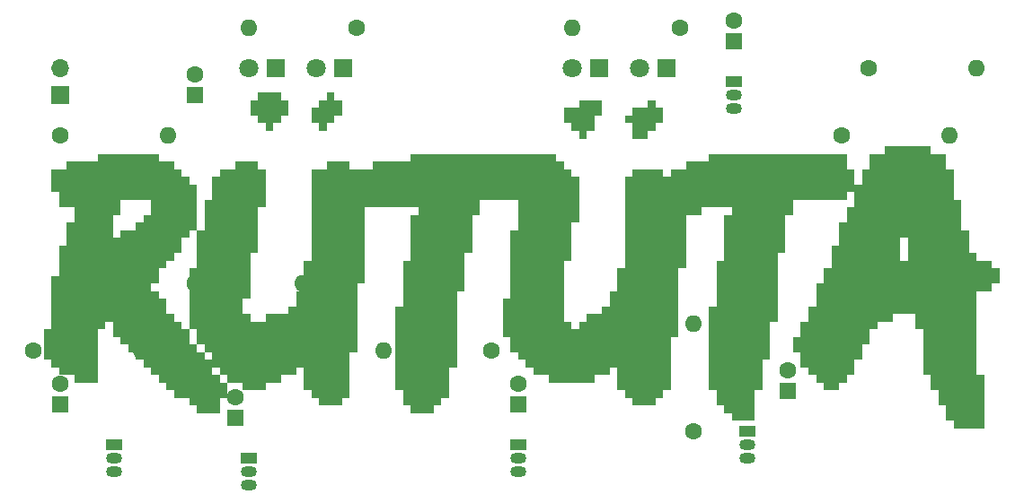
<source format=gbr>
%TF.GenerationSoftware,KiCad,Pcbnew,(6.0.1)*%
%TF.CreationDate,2022-02-03T11:52:22+01:00*%
%TF.ProjectId,ruetueta-pcb,72756574-7565-4746-912d-7063622e6b69,rev?*%
%TF.SameCoordinates,Original*%
%TF.FileFunction,Soldermask,Top*%
%TF.FilePolarity,Negative*%
%FSLAX46Y46*%
G04 Gerber Fmt 4.6, Leading zero omitted, Abs format (unit mm)*
G04 Created by KiCad (PCBNEW (6.0.1)) date 2022-02-03 11:52:22*
%MOMM*%
%LPD*%
G01*
G04 APERTURE LIST*
%ADD10R,1.800000X1.800000*%
%ADD11C,1.800000*%
%ADD12C,1.600000*%
%ADD13O,1.600000X1.600000*%
%ADD14R,1.700000X1.700000*%
%ADD15O,1.700000X1.700000*%
%ADD16R,1.600000X1.600000*%
%ADD17R,1.500000X1.050000*%
%ADD18O,1.500000X1.050000*%
G04 APERTURE END LIST*
%TO.C,REF\u002A\u002A*%
G36*
X233463831Y-49719149D02*
G01*
X233463831Y-47557447D01*
X234184398Y-47557447D01*
X234184398Y-46116313D01*
X234904965Y-46116313D01*
X234904965Y-44675178D01*
X234184398Y-44675178D01*
X234184398Y-45395745D01*
X229140426Y-45395745D01*
X229140426Y-46836880D01*
X228419859Y-46836880D01*
X228419859Y-50439717D01*
X227699292Y-50439717D01*
X227699292Y-56924823D01*
X226978724Y-56924823D01*
X226978724Y-60527660D01*
X226258157Y-60527660D01*
X226258157Y-63409930D01*
X225537589Y-63409930D01*
X225537589Y-66292199D01*
X223375887Y-66292199D01*
X223375887Y-65571632D01*
X222655320Y-65571632D01*
X222655320Y-64851064D01*
X221934753Y-64851064D01*
X221934753Y-63409930D01*
X221214185Y-63409930D01*
X221214185Y-55483688D01*
X221934753Y-55483688D01*
X221934753Y-51160284D01*
X222655320Y-51160284D01*
X222655320Y-46836880D01*
X223375887Y-46836880D01*
X223375887Y-46116313D01*
X220493618Y-46116313D01*
X220493618Y-46836880D01*
X219052483Y-46836880D01*
X219052483Y-51880852D01*
X218331916Y-51880852D01*
X218331916Y-58365958D01*
X217611348Y-58365958D01*
X217611348Y-63409930D01*
X216890781Y-63409930D01*
X216890781Y-64130497D01*
X216170214Y-64130497D01*
X216170214Y-64851064D01*
X214008511Y-64851064D01*
X214008511Y-64130497D01*
X213287944Y-64130497D01*
X213287944Y-63409930D01*
X212567377Y-63409930D01*
X212567377Y-61248227D01*
X211846809Y-61248227D01*
X211846809Y-61968795D01*
X210405675Y-61968795D01*
X210405675Y-62689362D01*
X206082270Y-62689362D01*
X206082270Y-61968795D01*
X204641136Y-61968795D01*
X204641136Y-61248227D01*
X203920568Y-61248227D01*
X203920568Y-60527660D01*
X203200001Y-60527660D01*
X203200001Y-59807093D01*
X202479433Y-59807093D01*
X202479433Y-58365958D01*
X201758866Y-58365958D01*
X201758866Y-54763121D01*
X202479433Y-54763121D01*
X202479433Y-48278015D01*
X203200001Y-48278015D01*
X203200001Y-45395745D01*
X199597164Y-45395745D01*
X199597164Y-46836880D01*
X198876597Y-46836880D01*
X198876597Y-50439717D01*
X198156029Y-50439717D01*
X198156029Y-54042554D01*
X197435462Y-54042554D01*
X197435462Y-61248227D01*
X196714894Y-61248227D01*
X196714894Y-64130497D01*
X195994327Y-64130497D01*
X195994327Y-64851064D01*
X195273760Y-64851064D01*
X195273760Y-65571632D01*
X193112058Y-65571632D01*
X193112058Y-64851064D01*
X192391490Y-64851064D01*
X192391490Y-63409930D01*
X191670923Y-63409930D01*
X191670923Y-55483688D01*
X192391490Y-55483688D01*
X192391490Y-51160284D01*
X193112058Y-51160284D01*
X193112058Y-46836880D01*
X193832625Y-46836880D01*
X193832625Y-46116313D01*
X188788653Y-46116313D01*
X188788653Y-53321986D01*
X188068086Y-53321986D01*
X188068086Y-59807093D01*
X187347519Y-59807093D01*
X187347519Y-64130497D01*
X186626951Y-64130497D01*
X186626951Y-64851064D01*
X184465249Y-64851064D01*
X184465249Y-64130497D01*
X183744682Y-64130497D01*
X183744682Y-63409930D01*
X183024114Y-63409930D01*
X183024114Y-61248227D01*
X182303547Y-61248227D01*
X182303547Y-61968795D01*
X180862412Y-61968795D01*
X180862412Y-62689362D01*
X179421277Y-62689362D01*
X179421277Y-63409930D01*
X177259575Y-63409930D01*
X177259575Y-62689362D01*
X175818441Y-62689362D01*
X175818441Y-64130497D01*
X175097873Y-64130497D01*
X175097873Y-65571632D01*
X172936171Y-65571632D01*
X172936171Y-64851064D01*
X172215604Y-64851064D01*
X172215604Y-64130497D01*
X170774469Y-64130497D01*
X170774469Y-63409930D01*
X170053902Y-63409930D01*
X170053902Y-62689362D01*
X175097873Y-62689362D01*
X175818441Y-62689362D01*
X175818441Y-61968795D01*
X175097873Y-61968795D01*
X175097873Y-62689362D01*
X170053902Y-62689362D01*
X169333334Y-62689362D01*
X169333334Y-61968795D01*
X174377306Y-61968795D01*
X175097873Y-61968795D01*
X175097873Y-61248227D01*
X174377306Y-61248227D01*
X174377306Y-61968795D01*
X169333334Y-61968795D01*
X168612767Y-61968795D01*
X168612767Y-61248227D01*
X167892199Y-61248227D01*
X167892199Y-60527660D01*
X173656738Y-60527660D01*
X174377306Y-60527660D01*
X174377306Y-59807093D01*
X173656738Y-59807093D01*
X173656738Y-60527660D01*
X167892199Y-60527660D01*
X167171632Y-60527660D01*
X167171632Y-59807093D01*
X172936171Y-59807093D01*
X173656738Y-59807093D01*
X173656738Y-59086525D01*
X172936171Y-59086525D01*
X172936171Y-59807093D01*
X167171632Y-59807093D01*
X166451065Y-59807093D01*
X166451065Y-59086525D01*
X172215604Y-59086525D01*
X172936171Y-59086525D01*
X172936171Y-57645391D01*
X172215604Y-57645391D01*
X172215604Y-59086525D01*
X166451065Y-59086525D01*
X165730497Y-59086525D01*
X165730497Y-58365958D01*
X165009930Y-58365958D01*
X165009930Y-56924823D01*
X164289363Y-56924823D01*
X164289363Y-57645391D01*
X163568795Y-57645391D01*
X163568795Y-62689362D01*
X161407093Y-62689362D01*
X161407093Y-61968795D01*
X159965958Y-61968795D01*
X159965958Y-61248227D01*
X159245391Y-61248227D01*
X159245391Y-60527660D01*
X158524824Y-60527660D01*
X158524824Y-57645391D01*
X159245391Y-57645391D01*
X159245391Y-54042554D01*
X168612767Y-54042554D01*
X169333334Y-54042554D01*
X169333334Y-54763121D01*
X170053902Y-54763121D01*
X170053902Y-56204256D01*
X170774469Y-56204256D01*
X170774469Y-56924823D01*
X171495036Y-56924823D01*
X171495036Y-57645391D01*
X172215604Y-57645391D01*
X172215604Y-51880852D01*
X172936171Y-51880852D01*
X172936171Y-48278015D01*
X172215604Y-48278015D01*
X172215604Y-48998582D01*
X171495036Y-48998582D01*
X171495036Y-50439717D01*
X170774469Y-50439717D01*
X170774469Y-51160284D01*
X170053902Y-51160284D01*
X170053902Y-51880852D01*
X169333334Y-51880852D01*
X169333334Y-53321986D01*
X168612767Y-53321986D01*
X168612767Y-54042554D01*
X159245391Y-54042554D01*
X159245391Y-52601419D01*
X159965958Y-52601419D01*
X159965958Y-49719149D01*
X160686526Y-49719149D01*
X160686526Y-48998582D01*
X165009930Y-48998582D01*
X165730497Y-48998582D01*
X165730497Y-48278015D01*
X167171632Y-48278015D01*
X167171632Y-47557447D01*
X167892199Y-47557447D01*
X167892199Y-46836880D01*
X168612767Y-46836880D01*
X168612767Y-45395745D01*
X165730497Y-45395745D01*
X165730497Y-46836880D01*
X165009930Y-46836880D01*
X165009930Y-48998582D01*
X160686526Y-48998582D01*
X160686526Y-47557447D01*
X161407093Y-47557447D01*
X161407093Y-46116313D01*
X159965958Y-46116313D01*
X159965958Y-44675178D01*
X159245391Y-44675178D01*
X159245391Y-42513476D01*
X160686526Y-42513476D01*
X160686526Y-41792908D01*
X163568795Y-41792908D01*
X163568795Y-41072341D01*
X169333334Y-41072341D01*
X169333334Y-41792908D01*
X170774469Y-41792908D01*
X170774469Y-42513476D01*
X171495036Y-42513476D01*
X171495036Y-43234043D01*
X172215604Y-43234043D01*
X172215604Y-43954610D01*
X172936171Y-43954610D01*
X172936171Y-48278015D01*
X173656738Y-48278015D01*
X173656738Y-45395745D01*
X174377306Y-45395745D01*
X174377306Y-43234043D01*
X175097873Y-43234043D01*
X175097873Y-42513476D01*
X176539008Y-42513476D01*
X176539008Y-41792908D01*
X178700710Y-41792908D01*
X178700710Y-42513476D01*
X179421277Y-42513476D01*
X179421277Y-46116313D01*
X178700710Y-46116313D01*
X178700710Y-50439717D01*
X177980143Y-50439717D01*
X177980143Y-54763121D01*
X177259575Y-54763121D01*
X177259575Y-56204256D01*
X177980143Y-56204256D01*
X177980143Y-56924823D01*
X179421277Y-56924823D01*
X179421277Y-56204256D01*
X181582980Y-56204256D01*
X181582980Y-55483688D01*
X182303547Y-55483688D01*
X182303547Y-54042554D01*
X183024114Y-54042554D01*
X183024114Y-51160284D01*
X183744682Y-51160284D01*
X183744682Y-42513476D01*
X185185816Y-42513476D01*
X185185816Y-41792908D01*
X187347519Y-41792908D01*
X187347519Y-42513476D01*
X189509221Y-42513476D01*
X189509221Y-41792908D01*
X193112058Y-41792908D01*
X193112058Y-41072341D01*
X206802838Y-41072341D01*
X206802838Y-41792908D01*
X207523405Y-41792908D01*
X207523405Y-42513476D01*
X208243972Y-42513476D01*
X208243972Y-43234043D01*
X208964540Y-43234043D01*
X208964540Y-47557447D01*
X208243972Y-47557447D01*
X208243972Y-51160284D01*
X207523405Y-51160284D01*
X207523405Y-56924823D01*
X208243972Y-56924823D01*
X208243972Y-57645391D01*
X208964540Y-57645391D01*
X208964540Y-56924823D01*
X209685107Y-56924823D01*
X209685107Y-56204256D01*
X211126242Y-56204256D01*
X211126242Y-55483688D01*
X211846809Y-55483688D01*
X211846809Y-54042554D01*
X212567377Y-54042554D01*
X212567377Y-51880852D01*
X213287944Y-51880852D01*
X213287944Y-43234043D01*
X214008511Y-43234043D01*
X214008511Y-42513476D01*
X216890781Y-42513476D01*
X216890781Y-43234043D01*
X217611348Y-43234043D01*
X217611348Y-42513476D01*
X219052483Y-42513476D01*
X219052483Y-41792908D01*
X221214185Y-41792908D01*
X221214185Y-41072341D01*
X234184398Y-41072341D01*
X234184398Y-42513476D01*
X234904965Y-42513476D01*
X234904965Y-43954610D01*
X235625533Y-43954610D01*
X235625533Y-42513476D01*
X236346100Y-42513476D01*
X236346100Y-41072341D01*
X237787235Y-41072341D01*
X237787235Y-40351774D01*
X242110639Y-40351774D01*
X242110639Y-41072341D01*
X243551774Y-41072341D01*
X243551774Y-42513476D01*
X244272341Y-42513476D01*
X244272341Y-45395745D01*
X244992909Y-45395745D01*
X244992909Y-48278015D01*
X245713476Y-48278015D01*
X245713476Y-50439717D01*
X246434043Y-50439717D01*
X246434043Y-51160284D01*
X247875178Y-51160284D01*
X247875178Y-51880852D01*
X248595745Y-51880852D01*
X248595745Y-53321986D01*
X247875178Y-53321986D01*
X247875178Y-54042554D01*
X246434043Y-54042554D01*
X246434043Y-61968795D01*
X247154611Y-61968795D01*
X247154611Y-67012766D01*
X244272341Y-67012766D01*
X244272341Y-66292199D01*
X243551774Y-66292199D01*
X243551774Y-64851064D01*
X242831206Y-64851064D01*
X242831206Y-63409930D01*
X242110639Y-63409930D01*
X242110639Y-61968795D01*
X241390072Y-61968795D01*
X241390072Y-57645391D01*
X240669504Y-57645391D01*
X240669504Y-56204256D01*
X238507802Y-56204256D01*
X238507802Y-56924823D01*
X237066667Y-56924823D01*
X237066667Y-57645391D01*
X236346100Y-57645391D01*
X236346100Y-59086525D01*
X235625533Y-59086525D01*
X235625533Y-60527660D01*
X234904965Y-60527660D01*
X234904965Y-61968795D01*
X234184398Y-61968795D01*
X234184398Y-62689362D01*
X233463831Y-62689362D01*
X233463831Y-63409930D01*
X232022696Y-63409930D01*
X232022696Y-62689362D01*
X231302128Y-62689362D01*
X231302128Y-61968795D01*
X230581561Y-61968795D01*
X230581561Y-61248227D01*
X229860994Y-61248227D01*
X229860994Y-59807093D01*
X229140426Y-59807093D01*
X229140426Y-58365958D01*
X229860994Y-58365958D01*
X229860994Y-56924823D01*
X230581561Y-56924823D01*
X230581561Y-55483688D01*
X231302128Y-55483688D01*
X231302128Y-53321986D01*
X232022696Y-53321986D01*
X232022696Y-51880852D01*
X232743263Y-51880852D01*
X232743263Y-51160284D01*
X239228370Y-51160284D01*
X239948937Y-51160284D01*
X239948937Y-48998582D01*
X239228370Y-48998582D01*
X239228370Y-51160284D01*
X232743263Y-51160284D01*
X232743263Y-49719149D01*
X233463831Y-49719149D01*
G37*
G36*
X211126242Y-37469504D02*
G01*
X210405675Y-37469504D01*
X210405675Y-38910639D01*
X209685107Y-38910639D01*
X209685107Y-39631206D01*
X208964540Y-39631206D01*
X208964540Y-38910639D01*
X208243972Y-38910639D01*
X208243972Y-38190071D01*
X207523405Y-38190071D01*
X207523405Y-36748937D01*
X208964540Y-36748937D01*
X208964540Y-36028369D01*
X211126242Y-36028369D01*
X211126242Y-37469504D01*
G37*
G36*
X185906384Y-36028369D02*
G01*
X186626951Y-36028369D01*
X186626951Y-37469504D01*
X185906384Y-37469504D01*
X185906384Y-38190071D01*
X185185816Y-38190071D01*
X185185816Y-38910639D01*
X184465249Y-38910639D01*
X184465249Y-38190071D01*
X183744682Y-38190071D01*
X183744682Y-36748937D01*
X184465249Y-36748937D01*
X184465249Y-36028369D01*
X185185816Y-36028369D01*
X185185816Y-35307802D01*
X185906384Y-35307802D01*
X185906384Y-36028369D01*
G37*
G36*
X180862412Y-36028369D02*
G01*
X181582980Y-36028369D01*
X181582980Y-37469504D01*
X180862412Y-37469504D01*
X180862412Y-38190071D01*
X180141845Y-38190071D01*
X180141845Y-38910639D01*
X179421277Y-38910639D01*
X179421277Y-38190071D01*
X178700710Y-38190071D01*
X178700710Y-37469504D01*
X177980143Y-37469504D01*
X177980143Y-36028369D01*
X178700710Y-36028369D01*
X178700710Y-35307802D01*
X180862412Y-35307802D01*
X180862412Y-36028369D01*
G37*
G36*
X216170214Y-36748937D02*
G01*
X216890781Y-36748937D01*
X216890781Y-38190071D01*
X216170214Y-38190071D01*
X216170214Y-38910639D01*
X215449646Y-38910639D01*
X215449646Y-39631206D01*
X214008511Y-39631206D01*
X214008511Y-38190071D01*
X213287944Y-38190071D01*
X213287944Y-37469504D01*
X214008511Y-37469504D01*
X214008511Y-36748937D01*
X215449646Y-36748937D01*
X215449646Y-36028369D01*
X216170214Y-36028369D01*
X216170214Y-36748937D01*
G37*
%TD*%
D10*
%TO.C,D2*%
X215900000Y-58420000D03*
D11*
X213360000Y-58420000D03*
%TD*%
D10*
%TO.C,D5*%
X198120000Y-44450000D03*
D11*
X195580000Y-44450000D03*
%TD*%
D10*
%TO.C,D1*%
X165100000Y-53340000D03*
D11*
X162560000Y-53340000D03*
%TD*%
D10*
%TO.C,D3*%
X185420000Y-58420000D03*
D11*
X182880000Y-58420000D03*
%TD*%
D10*
%TO.C,D4*%
X227330000Y-44450000D03*
D11*
X224790000Y-44450000D03*
%TD*%
D10*
%TO.C,D6*%
X243840000Y-53340000D03*
D11*
X241300000Y-53340000D03*
%TD*%
D12*
%TO.C,R5*%
X200660000Y-59690000D03*
D13*
X190500000Y-59690000D03*
%TD*%
D12*
%TO.C,R8*%
X233680000Y-39370000D03*
D13*
X243840000Y-39370000D03*
%TD*%
D14*
%TO.C,J1*%
X160020000Y-35560000D03*
D15*
X160020000Y-33020000D03*
%TD*%
D16*
%TO.C,C3*%
X176530000Y-66040000D03*
D12*
X176530000Y-64040000D03*
%TD*%
D16*
%TO.C,C5*%
X228600000Y-63500000D03*
D12*
X228600000Y-61500000D03*
%TD*%
%TO.C,R9*%
X218440000Y-29210000D03*
D13*
X208280000Y-29210000D03*
%TD*%
D17*
%TO.C,Q4*%
X224790000Y-67310000D03*
D18*
X224790000Y-68580000D03*
X224790000Y-69850000D03*
%TD*%
D12*
%TO.C,R10*%
X236220000Y-33020000D03*
D13*
X246380000Y-33020000D03*
%TD*%
D16*
%TO.C,C1*%
X172720000Y-35560000D03*
D12*
X172720000Y-33560000D03*
%TD*%
D16*
%TO.C,C2*%
X160020000Y-64770000D03*
D12*
X160020000Y-62770000D03*
%TD*%
D17*
%TO.C,Q3*%
X203200000Y-68580000D03*
D18*
X203200000Y-69850000D03*
X203200000Y-71120000D03*
%TD*%
D10*
%TO.C,D9*%
X210820000Y-33020000D03*
D11*
X208280000Y-33020000D03*
%TD*%
D17*
%TO.C,Q2*%
X177800000Y-69850000D03*
D18*
X177800000Y-71120000D03*
X177800000Y-72390000D03*
%TD*%
D17*
%TO.C,Q1*%
X165100000Y-68580000D03*
D18*
X165100000Y-69850000D03*
X165100000Y-71120000D03*
%TD*%
D17*
%TO.C,Q5*%
X223520000Y-34290000D03*
D18*
X223520000Y-35560000D03*
X223520000Y-36830000D03*
%TD*%
D16*
%TO.C,C4*%
X203200000Y-64770000D03*
D12*
X203200000Y-62770000D03*
%TD*%
D10*
%TO.C,D8*%
X186690000Y-33020000D03*
D11*
X184150000Y-33020000D03*
%TD*%
D10*
%TO.C,D10*%
X217170000Y-33020000D03*
D11*
X214630000Y-33020000D03*
%TD*%
D12*
%TO.C,R4*%
X170180000Y-59690000D03*
D13*
X170180000Y-49530000D03*
%TD*%
D12*
%TO.C,R7*%
X187960000Y-29210000D03*
D13*
X177800000Y-29210000D03*
%TD*%
D12*
%TO.C,R3*%
X172720000Y-53340000D03*
D13*
X182880000Y-53340000D03*
%TD*%
D12*
%TO.C,R1*%
X160020000Y-39370000D03*
D13*
X170180000Y-39370000D03*
%TD*%
D16*
%TO.C,C6*%
X223520000Y-30480000D03*
D12*
X223520000Y-28480000D03*
%TD*%
%TO.C,R2*%
X157480000Y-59690000D03*
D13*
X167640000Y-59690000D03*
%TD*%
D10*
%TO.C,D7*%
X180340000Y-33020000D03*
D11*
X177800000Y-33020000D03*
%TD*%
D12*
%TO.C,R6*%
X219710000Y-67310000D03*
D13*
X219710000Y-57150000D03*
%TD*%
M02*

</source>
